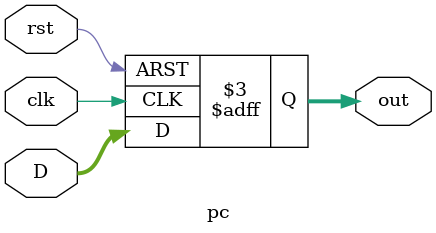
<source format=v>
module pc #(

    parameter WIDTH =32
 
)(
    
    input [WIDTH-1:0] D,
    input clk,
    input rst,
    output  reg [WIDTH-1:0] out
);

always @(posedge clk or negedge rst) begin
    if (!rst) begin
        out<=0;
    end
    else begin
        out<=D;
    end
end

endmodule //pc
</source>
